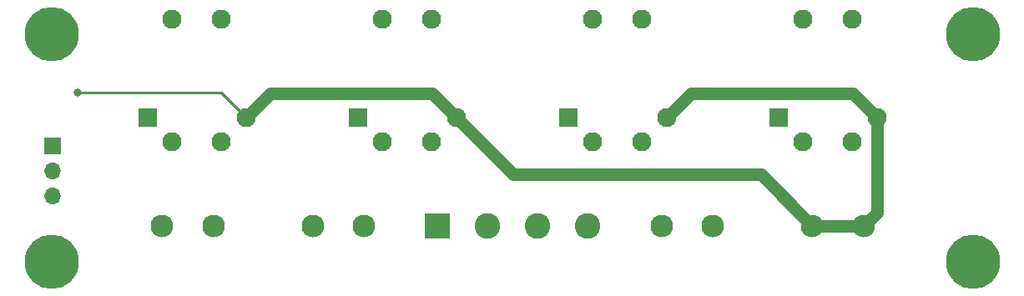
<source format=gbr>
%TF.GenerationSoftware,KiCad,Pcbnew,(6.0.5)*%
%TF.CreationDate,2022-11-10T13:27:30+10:30*%
%TF.ProjectId,1541-II PS,31353431-2d49-4492-9050-532e6b696361,rev?*%
%TF.SameCoordinates,Original*%
%TF.FileFunction,Copper,L2,Bot*%
%TF.FilePolarity,Positive*%
%FSLAX46Y46*%
G04 Gerber Fmt 4.6, Leading zero omitted, Abs format (unit mm)*
G04 Created by KiCad (PCBNEW (6.0.5)) date 2022-11-10 13:27:30*
%MOMM*%
%LPD*%
G01*
G04 APERTURE LIST*
%TA.AperFunction,ComponentPad*%
%ADD10R,1.700000X1.700000*%
%TD*%
%TA.AperFunction,ComponentPad*%
%ADD11O,1.700000X1.700000*%
%TD*%
%TA.AperFunction,ConnectorPad*%
%ADD12C,5.500000*%
%TD*%
%TA.AperFunction,ComponentPad*%
%ADD13C,3.600000*%
%TD*%
%TA.AperFunction,ComponentPad*%
%ADD14R,1.950000X1.950000*%
%TD*%
%TA.AperFunction,ComponentPad*%
%ADD15C,1.950000*%
%TD*%
%TA.AperFunction,ComponentPad*%
%ADD16R,2.600000X2.600000*%
%TD*%
%TA.AperFunction,ComponentPad*%
%ADD17C,2.600000*%
%TD*%
%TA.AperFunction,ComponentPad*%
%ADD18C,2.300000*%
%TD*%
%TA.AperFunction,ViaPad*%
%ADD19C,0.800000*%
%TD*%
%TA.AperFunction,Conductor*%
%ADD20C,1.250000*%
%TD*%
%TA.AperFunction,Conductor*%
%ADD21C,0.250000*%
%TD*%
G04 APERTURE END LIST*
D10*
%TO.P,J6,1*%
%TO.N,N/C*%
X50165000Y-65786000D03*
D11*
%TO.P,J6,2*%
X50165000Y-68326000D03*
%TO.P,J6,3*%
%TO.N,GND*%
X50165000Y-70866000D03*
%TD*%
D12*
%TO.P,REF\u002A\u002A,1*%
%TO.N,N/C*%
X143510000Y-54483000D03*
D13*
X143510000Y-54483000D03*
%TD*%
D14*
%TO.P,J1,1*%
%TO.N,N/C*%
X59770000Y-62912000D03*
D15*
%TO.P,J1,2*%
%TO.N,GND*%
X62270000Y-65412000D03*
%TO.P,J1,3*%
%TO.N,N/C*%
X67270000Y-65412000D03*
%TO.P,J1,4*%
X69770000Y-62912000D03*
%TO.P,J1,E1*%
%TO.N,GND*%
X67270000Y-52912000D03*
%TO.P,J1,E2*%
X62270000Y-52912000D03*
%TD*%
D16*
%TO.P,J5,1*%
%TO.N,N/C*%
X89154000Y-73965000D03*
D17*
%TO.P,J5,2*%
%TO.N,GND*%
X94234000Y-73965000D03*
%TO.P,J5,3*%
X99314000Y-73965000D03*
%TO.P,J5,4*%
%TO.N,N/C*%
X104394000Y-73965000D03*
%TD*%
D18*
%TO.P,F1,1*%
%TO.N,N/C*%
X61251000Y-73914000D03*
X66451000Y-73914000D03*
%TO.P,F1,2*%
X81751000Y-73914000D03*
X76551000Y-73914000D03*
%TD*%
%TO.P,F2,1*%
%TO.N,N/C*%
X111924000Y-73914000D03*
X117124000Y-73914000D03*
%TO.P,F2,2*%
X132424000Y-73914000D03*
X127224000Y-73914000D03*
%TD*%
D12*
%TO.P,REF\u002A\u002A,1*%
%TO.N,N/C*%
X50038000Y-54483000D03*
D13*
X50038000Y-54483000D03*
%TD*%
D12*
%TO.P,REF\u002A\u002A,1*%
%TO.N,N/C*%
X143510000Y-77597000D03*
D13*
X143510000Y-77597000D03*
%TD*%
%TO.P,REF\u002A\u002A,1*%
%TO.N,N/C*%
X50038000Y-77597000D03*
D12*
X50038000Y-77597000D03*
%TD*%
D14*
%TO.P,J3,1*%
%TO.N,N/C*%
X102442000Y-62912000D03*
D15*
%TO.P,J3,2*%
%TO.N,GND*%
X104942000Y-65412000D03*
%TO.P,J3,3*%
%TO.N,N/C*%
X109942000Y-65412000D03*
%TO.P,J3,4*%
X112442000Y-62912000D03*
%TO.P,J3,E1*%
%TO.N,GND*%
X109942000Y-52912000D03*
%TO.P,J3,E2*%
X104942000Y-52912000D03*
%TD*%
D14*
%TO.P,J2,1*%
%TO.N,N/C*%
X81106000Y-62912000D03*
D15*
%TO.P,J2,2*%
%TO.N,GND*%
X83606000Y-65412000D03*
%TO.P,J2,3*%
%TO.N,N/C*%
X88606000Y-65412000D03*
%TO.P,J2,4*%
X91106000Y-62912000D03*
%TO.P,J2,E1*%
%TO.N,GND*%
X88606000Y-52912000D03*
%TO.P,J2,E2*%
X83606000Y-52912000D03*
%TD*%
D14*
%TO.P,J4,1*%
%TO.N,N/C*%
X123778000Y-62912000D03*
D15*
%TO.P,J4,2*%
%TO.N,GND*%
X126278000Y-65412000D03*
%TO.P,J4,3*%
%TO.N,N/C*%
X131278000Y-65412000D03*
%TO.P,J4,4*%
X133778000Y-62912000D03*
%TO.P,J4,E1*%
%TO.N,GND*%
X131278000Y-52912000D03*
%TO.P,J4,E2*%
X126278000Y-52912000D03*
%TD*%
D19*
%TO.N,*%
X52705000Y-60388000D03*
%TD*%
D20*
%TO.N,*%
X133778000Y-62912000D02*
X133778000Y-72560000D01*
X72230000Y-60452000D02*
X88646000Y-60452000D01*
X91106000Y-62912000D02*
X96901000Y-68707000D01*
X112442000Y-62912000D02*
X114902000Y-60452000D01*
D21*
X52705000Y-60388000D02*
X67246000Y-60388000D01*
X67246000Y-60388000D02*
X69770000Y-62912000D01*
D20*
X131318000Y-60452000D02*
X133778000Y-62912000D01*
X133778000Y-72560000D02*
X132424000Y-73914000D01*
X69770000Y-62912000D02*
X72230000Y-60452000D01*
X127224000Y-73914000D02*
X132424000Y-73914000D01*
X88646000Y-60452000D02*
X91106000Y-62912000D01*
X114902000Y-60452000D02*
X131318000Y-60452000D01*
X96901000Y-68707000D02*
X122017000Y-68707000D01*
X122017000Y-68707000D02*
X127224000Y-73914000D01*
%TD*%
M02*

</source>
